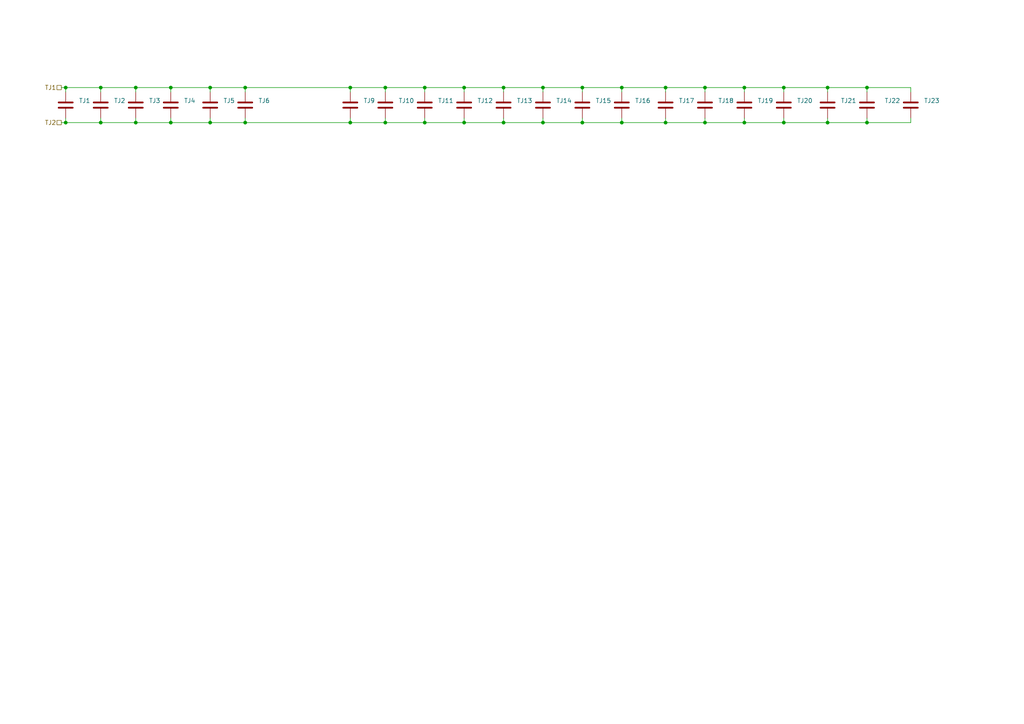
<source format=kicad_sch>
(kicad_sch (version 20250114) (generator "eeschema") (generator_version "9.0")
  (paper "A4")
  (lib_symbols
    (symbol "Device:C" (pin_numbers (hide yes)) (pin_names (offset 0.254))
      (property "Reference" "C" (at 0.635 2.54 0))
      (property "Value" "C" (at 0.635 -2.54 0))
      (symbol "C_0_1"
        (polyline (pts (xy -2.032 0.762) (xy 2.032 0.762)) (stroke (width 0.508)))
        (polyline (pts (xy -2.032 -0.762) (xy 2.032 -0.762)) (stroke (width 0.508)))
      )
      (symbol "C_1_1"
        (pin passive line (at 0 3.81 270) (length 2.794) (name "~") (number "1"))
        (pin passive line (at 0 -3.81 90) (length 2.794) (name "~") (number "2"))
      )
    )
  )
  (junction (at 227.33 35.56))
  (junction (at 134.62 35.56))
  (junction (at 204.47 25.4))
  (junction (at 123.19 25.4))
  (junction (at 146.05 35.56))
  (junction (at 71.12 35.56))
  (junction (at 111.76 35.56))
  (junction (at 19.05 25.4))
  (junction (at 168.91 35.56))
  (junction (at 168.91 25.4))
  (junction (at 49.53 25.4))
  (junction (at 157.48 35.56))
  (junction (at 39.37 35.56))
  (junction (at 49.53 35.56))
  (junction (at 29.21 25.4))
  (junction (at 71.12 25.4))
  (junction (at 193.04 25.4))
  (junction (at 180.34 35.56))
  (junction (at 19.05 35.56))
  (junction (at 204.47 35.56))
  (junction (at 251.46 25.4))
  (junction (at 29.21 35.56))
  (junction (at 111.76 25.4))
  (junction (at 240.03 35.56))
  (junction (at 215.9 25.4))
  (junction (at 146.05 25.4))
  (junction (at 180.34 25.4))
  (junction (at 60.96 25.4))
  (junction (at 101.6 35.56))
  (junction (at 215.9 35.56))
  (junction (at 39.37 25.4))
  (junction (at 240.03 25.4))
  (junction (at 60.96 35.56))
  (junction (at 157.48 25.4))
  (junction (at 251.46 35.56))
  (junction (at 123.19 35.56))
  (junction (at 227.33 25.4))
  (junction (at 101.6 25.4))
  (junction (at 134.62 25.4))
  (junction (at 193.04 35.56))
  (wire (pts (xy 251.46 25.4) (xy 251.46 26.67)))
  (wire (pts (xy 215.9 25.4) (xy 227.33 25.4)))
  (wire (pts (xy 19.05 25.4) (xy 19.05 26.67)))
  (wire (pts (xy 168.91 35.56) (xy 180.34 35.56)))
  (wire (pts (xy 204.47 35.56) (xy 204.47 34.29)))
  (wire (pts (xy 19.05 35.56) (xy 19.05 34.29)))
  (wire (pts (xy 193.04 35.56) (xy 193.04 34.29)))
  (wire (pts (xy 157.48 35.56) (xy 168.91 35.56)))
  (wire (pts (xy 146.05 25.4) (xy 146.05 26.67)))
  (wire (pts (xy 60.96 25.4) (xy 71.12 25.4)))
  (wire (pts (xy 71.12 25.4) (xy 101.6 25.4)))
  (wire (pts (xy 193.04 25.4) (xy 204.47 25.4)))
  (wire (pts (xy 146.05 25.4) (xy 157.48 25.4)))
  (wire (pts (xy 227.33 35.56) (xy 240.03 35.56)))
  (wire (pts (xy 123.19 35.56) (xy 134.62 35.56)))
  (wire (pts (xy 168.91 25.4) (xy 168.91 26.67)))
  (wire (pts (xy 215.9 35.56) (xy 215.9 34.29)))
  (wire (pts (xy 204.47 25.4) (xy 215.9 25.4)))
  (wire (pts (xy 39.37 25.4) (xy 49.53 25.4)))
  (wire (pts (xy 71.12 25.4) (xy 71.12 26.67)))
  (wire (pts (xy 29.21 25.4) (xy 29.21 26.67)))
  (wire (pts (xy 29.21 25.4) (xy 39.37 25.4)))
  (wire (pts (xy 146.05 35.56) (xy 146.05 34.29)))
  (wire (pts (xy 157.48 35.56) (xy 157.48 34.29)))
  (wire (pts (xy 49.53 35.56) (xy 60.96 35.56)))
  (wire (pts (xy 146.05 35.56) (xy 157.48 35.56)))
  (wire (pts (xy 215.9 25.4) (xy 215.9 26.67)))
  (wire (pts (xy 101.6 35.56) (xy 111.76 35.56)))
  (wire (pts (xy 240.03 35.56) (xy 240.03 34.29)))
  (wire (pts (xy 180.34 25.4) (xy 180.34 26.67)))
  (wire (pts (xy 49.53 25.4) (xy 49.53 26.67)))
  (wire (pts (xy 49.53 25.4) (xy 60.96 25.4)))
  (wire (pts (xy 60.96 35.56) (xy 60.96 34.29)))
  (wire (pts (xy 123.19 35.56) (xy 123.19 34.29)))
  (wire (pts (xy 29.21 35.56) (xy 29.21 34.29)))
  (wire (pts (xy 264.16 35.56) (xy 264.16 34.29)))
  (wire (pts (xy 204.47 35.56) (xy 215.9 35.56)))
  (wire (pts (xy 101.6 25.4) (xy 101.6 26.67)))
  (wire (pts (xy 71.12 35.56) (xy 101.6 35.56)))
  (wire (pts (xy 180.34 35.56) (xy 193.04 35.56)))
  (wire (pts (xy 251.46 35.56) (xy 264.16 35.56)))
  (wire (pts (xy 227.33 35.56) (xy 227.33 34.29)))
  (wire (pts (xy 71.12 35.56) (xy 71.12 34.29)))
  (wire (pts (xy 264.16 25.4) (xy 264.16 26.67)))
  (wire (pts (xy 180.34 25.4) (xy 193.04 25.4)))
  (wire (pts (xy 240.03 35.56) (xy 251.46 35.56)))
  (wire (pts (xy 60.96 25.4) (xy 60.96 26.67)))
  (wire (pts (xy 111.76 35.56) (xy 111.76 34.29)))
  (wire (pts (xy 157.48 25.4) (xy 157.48 26.67)))
  (wire (pts (xy 157.48 25.4) (xy 168.91 25.4)))
  (wire (pts (xy 39.37 25.4) (xy 39.37 26.67)))
  (wire (pts (xy 101.6 25.4) (xy 111.76 25.4)))
  (wire (pts (xy 215.9 35.56) (xy 227.33 35.56)))
  (wire (pts (xy 19.05 25.4) (xy 29.21 25.4)))
  (wire (pts (xy 240.03 25.4) (xy 251.46 25.4)))
  (wire (pts (xy 17.78 35.56) (xy 19.05 35.56)))
  (wire (pts (xy 180.34 35.56) (xy 180.34 34.29)))
  (wire (pts (xy 39.37 35.56) (xy 49.53 35.56)))
  (wire (pts (xy 168.91 35.56) (xy 168.91 34.29)))
  (wire (pts (xy 49.53 35.56) (xy 49.53 34.29)))
  (wire (pts (xy 240.03 25.4) (xy 240.03 26.67)))
  (wire (pts (xy 168.91 25.4) (xy 180.34 25.4)))
  (wire (pts (xy 193.04 25.4) (xy 193.04 26.67)))
  (wire (pts (xy 251.46 35.56) (xy 251.46 34.29)))
  (wire (pts (xy 39.37 35.56) (xy 39.37 34.29)))
  (wire (pts (xy 204.47 25.4) (xy 204.47 26.67)))
  (wire (pts (xy 134.62 25.4) (xy 146.05 25.4)))
  (wire (pts (xy 134.62 25.4) (xy 134.62 26.67)))
  (wire (pts (xy 111.76 25.4) (xy 123.19 25.4)))
  (wire (pts (xy 227.33 25.4) (xy 240.03 25.4)))
  (wire (pts (xy 60.96 35.56) (xy 71.12 35.56)))
  (wire (pts (xy 227.33 25.4) (xy 227.33 26.67)))
  (wire (pts (xy 111.76 25.4) (xy 111.76 26.67)))
  (wire (pts (xy 101.6 35.56) (xy 101.6 34.29)))
  (wire (pts (xy 123.19 25.4) (xy 134.62 25.4)))
  (wire (pts (xy 251.46 25.4) (xy 264.16 25.4)))
  (wire (pts (xy 19.05 35.56) (xy 29.21 35.56)))
  (wire (pts (xy 123.19 25.4) (xy 123.19 26.67)))
  (wire (pts (xy 193.04 35.56) (xy 204.47 35.56)))
  (wire (pts (xy 29.21 35.56) (xy 39.37 35.56)))
  (wire (pts (xy 17.78 25.4) (xy 19.05 25.4)))
  (wire (pts (xy 134.62 35.56) (xy 134.62 34.29)))
  (wire (pts (xy 134.62 35.56) (xy 146.05 35.56)))
  (wire (pts (xy 111.76 35.56) (xy 123.19 35.56)))
  (hierarchical_label "TJ1" (shape passive) (at 17.78 25.4 180))
  (hierarchical_label "TJ2" (shape passive) (at 17.78 35.56 180))
  (symbol (lib_id "Device:C") (at 180.34 30.48 0) (unit 1)
    (property "Reference" "TJ16" (at 184.15 29.2099 0) (effects (justify left)))
    (property "Value" "THJP0612ABT1" (effects (hide yes)))
    (property "Footprint" "Resistor_SMD:R_0612_1632Metric_Pad1.18x3.40mm_HandSolder" (effects (hide yes)))
    (property "Datasheet" "https://www.vishay.com/docs/60157/thjp.pdf" (effects (hide yes)))
    (property "Description" "Thermal Jumper" (effects (hide yes)))
    (property "PartNumber" "THJP0612AST1" (effects (hide yes)))
  )
  (symbol (lib_id "Device:C") (at 111.76 30.48 0) (unit 1)
    (property "Reference" "TJ10" (at 115.57 29.2099 0) (effects (justify left)))
    (property "Value" "THJP0612ABT1" (effects (hide yes)))
    (property "Footprint" "Resistor_SMD:R_0612_1632Metric_Pad1.18x3.40mm_HandSolder" (effects (hide yes)))
    (property "Datasheet" "https://www.vishay.com/docs/60157/thjp.pdf" (effects (hide yes)))
    (property "Description" "Thermal Jumper" (effects (hide yes)))
    (property "PartNumber" "THJP0612AST1" (effects (hide yes)))
  )
  (symbol (lib_id "Device:C") (at 101.6 30.48 0) (unit 1)
    (property "Reference" "TJ9" (at 105.41 29.2099 0) (effects (justify left)))
    (property "Value" "THJP0612ABT1" (effects (hide yes)))
    (property "Footprint" "Resistor_SMD:R_0612_1632Metric_Pad1.18x3.40mm_HandSolder" (effects (hide yes)))
    (property "Datasheet" "https://www.vishay.com/docs/60157/thjp.pdf" (effects (hide yes)))
    (property "Description" "Thermal Jumper" (effects (hide yes)))
    (property "PartNumber" "THJP0612AST1" (effects (hide yes)))
  )
  (symbol (lib_id "Device:C") (at 29.21 30.48 0) (unit 1)
    (property "Reference" "TJ2" (at 33.02 29.2099 0) (effects (justify left)))
    (property "Value" "THJP0612ABT1" (effects (hide yes)))
    (property "Footprint" "Resistor_SMD:R_0612_1632Metric_Pad1.18x3.40mm_HandSolder" (effects (hide yes)))
    (property "Datasheet" "https://www.vishay.com/docs/60157/thjp.pdf" (effects (hide yes)))
    (property "Description" "Thermal Jumper" (effects (hide yes)))
    (property "PartNumber" "THJP0612AST1" (effects (hide yes)))
  )
  (symbol (lib_id "Device:C") (at 60.96 30.48 0) (unit 1)
    (property "Reference" "TJ5" (at 64.77 29.2099 0) (effects (justify left)))
    (property "Value" "THJP0612ABT1" (effects (hide yes)))
    (property "Footprint" "Resistor_SMD:R_0612_1632Metric_Pad1.18x3.40mm_HandSolder" (effects (hide yes)))
    (property "Datasheet" "https://www.vishay.com/docs/60157/thjp.pdf" (effects (hide yes)))
    (property "Description" "Thermal Jumper" (effects (hide yes)))
    (property "PartNumber" "THJP0612AST1" (effects (hide yes)))
  )
  (symbol (lib_id "Device:C") (at 39.37 30.48 0) (unit 1)
    (property "Reference" "TJ3" (at 43.18 29.2099 0) (effects (justify left)))
    (property "Value" "THJP0612ABT1" (effects (hide yes)))
    (property "Footprint" "Resistor_SMD:R_0612_1632Metric_Pad1.18x3.40mm_HandSolder" (effects (hide yes)))
    (property "Datasheet" "https://www.vishay.com/docs/60157/thjp.pdf" (effects (hide yes)))
    (property "Description" "Thermal Jumper" (effects (hide yes)))
    (property "PartNumber" "THJP0612AST1" (effects (hide yes)))
  )
  (symbol (lib_id "Device:C") (at 168.91 30.48 0) (unit 1)
    (property "Reference" "TJ15" (at 172.72 29.2099 0) (effects (justify left)))
    (property "Value" "THJP0612ABT1" (effects (hide yes)))
    (property "Footprint" "Resistor_SMD:R_0612_1632Metric_Pad1.18x3.40mm_HandSolder" (effects (hide yes)))
    (property "Datasheet" "https://www.vishay.com/docs/60157/thjp.pdf" (effects (hide yes)))
    (property "Description" "Thermal Jumper" (effects (hide yes)))
    (property "PartNumber" "THJP0612AST1" (effects (hide yes)))
  )
  (symbol (lib_id "Device:C") (at 204.47 30.48 0) (unit 1)
    (property "Reference" "TJ18" (at 208.28 29.2099 0) (effects (justify left)))
    (property "Value" "THJP0612ABT1" (effects (hide yes)))
    (property "Footprint" "Resistor_SMD:R_0612_1632Metric_Pad1.18x3.40mm_HandSolder" (effects (hide yes)))
    (property "Datasheet" "https://www.vishay.com/docs/60157/thjp.pdf" (effects (hide yes)))
    (property "Description" "Thermal Jumper" (effects (hide yes)))
    (property "PartNumber" "THJP0612AST1" (effects (hide yes)))
  )
  (symbol (lib_id "Device:C") (at 227.33 30.48 0) (unit 1)
    (property "Reference" "TJ20" (at 231.14 29.2099 0) (effects (justify left)))
    (property "Value" "THJP0612ABT1" (effects (hide yes)))
    (property "Footprint" "Resistor_SMD:R_0612_1632Metric_Pad1.18x3.40mm_HandSolder" (effects (hide yes)))
    (property "Datasheet" "https://www.vishay.com/docs/60157/thjp.pdf" (effects (hide yes)))
    (property "Description" "Thermal Jumper" (effects (hide yes)))
    (property "PartNumber" "THJP0612AST1" (effects (hide yes)))
  )
  (symbol (lib_id "Device:C") (at 264.16 30.48 0) (unit 1)
    (property "Reference" "TJ23" (at 267.97 29.2099 0) (effects (justify left)))
    (property "Value" "THJP0612ABT1" (effects (hide yes)))
    (property "Footprint" "Resistor_SMD:R_0612_1632Metric_Pad1.18x3.40mm_HandSolder" (effects (hide yes)))
    (property "Datasheet" "https://www.vishay.com/docs/60157/thjp.pdf" (effects (hide yes)))
    (property "Description" "Thermal Jumper" (effects (hide yes)))
    (property "PartNumber" "THJP0612AST1" (effects (hide yes)))
  )
  (symbol (lib_id "Device:C") (at 193.04 30.48 0) (unit 1)
    (property "Reference" "TJ17" (at 196.85 29.2099 0) (effects (justify left)))
    (property "Value" "THJP0612ABT1" (effects (hide yes)))
    (property "Footprint" "Resistor_SMD:R_0612_1632Metric_Pad1.18x3.40mm_HandSolder" (effects (hide yes)))
    (property "Datasheet" "https://www.vishay.com/docs/60157/thjp.pdf" (effects (hide yes)))
    (property "Description" "Thermal Jumper" (effects (hide yes)))
    (property "PartNumber" "THJP0612AST1" (effects (hide yes)))
  )
  (symbol (lib_id "Device:C") (at 123.19 30.48 0) (unit 1)
    (property "Reference" "TJ11" (at 127 29.2099 0) (effects (justify left)))
    (property "Value" "THJP0612ABT1" (effects (hide yes)))
    (property "Footprint" "Resistor_SMD:R_0612_1632Metric_Pad1.18x3.40mm_HandSolder" (effects (hide yes)))
    (property "Datasheet" "https://www.vishay.com/docs/60157/thjp.pdf" (effects (hide yes)))
    (property "Description" "Thermal Jumper" (effects (hide yes)))
    (property "PartNumber" "THJP0612AST1" (effects (hide yes)))
  )
  (symbol (lib_id "Device:C") (at 240.03 30.48 0) (unit 1)
    (property "Reference" "TJ21" (at 243.84 29.2099 0) (effects (justify left)))
    (property "Value" "THJP0612ABT1" (effects (hide yes)))
    (property "Footprint" "Resistor_SMD:R_0612_1632Metric_Pad1.18x3.40mm_HandSolder" (effects (hide yes)))
    (property "Datasheet" "https://www.vishay.com/docs/60157/thjp.pdf" (effects (hide yes)))
    (property "Description" "Thermal Jumper" (effects (hide yes)))
    (property "PartNumber" "THJP0612AST1" (effects (hide yes)))
  )
  (symbol (lib_id "Device:C") (at 215.9 30.48 0) (unit 1)
    (property "Reference" "TJ19" (at 219.71 29.2099 0) (effects (justify left)))
    (property "Value" "THJP0612ABT1" (effects (hide yes)))
    (property "Footprint" "Resistor_SMD:R_0612_1632Metric_Pad1.18x3.40mm_HandSolder" (effects (hide yes)))
    (property "Datasheet" "https://www.vishay.com/docs/60157/thjp.pdf" (effects (hide yes)))
    (property "Description" "Thermal Jumper" (effects (hide yes)))
    (property "PartNumber" "THJP0612AST1" (effects (hide yes)))
  )
  (symbol (lib_id "Device:C") (at 146.05 30.48 0) (unit 1)
    (property "Reference" "TJ13" (at 149.86 29.2099 0) (effects (justify left)))
    (property "Value" "THJP0612ABT1" (effects (hide yes)))
    (property "Footprint" "Resistor_SMD:R_0612_1632Metric_Pad1.18x3.40mm_HandSolder" (effects (hide yes)))
    (property "Datasheet" "https://www.vishay.com/docs/60157/thjp.pdf" (effects (hide yes)))
    (property "Description" "Thermal Jumper" (effects (hide yes)))
    (property "PartNumber" "THJP0612AST1" (effects (hide yes)))
  )
  (symbol (lib_id "Device:C") (at 251.46 30.48 0) (unit 1)
    (property "Reference" "TJ22" (at 256.54 29.2099 0) (effects (justify left)))
    (property "Value" "THJP0612ABT1" (effects (hide yes)))
    (property "Footprint" "Resistor_SMD:R_0612_1632Metric_Pad1.18x3.40mm_HandSolder" (effects (hide yes)))
    (property "Datasheet" "https://www.vishay.com/docs/60157/thjp.pdf" (effects (hide yes)))
    (property "Description" "Thermal Jumper" (effects (hide yes)))
    (property "PartNumber" "THJP0612AST1" (effects (hide yes)))
  )
  (symbol (lib_id "Device:C") (at 49.53 30.48 0) (unit 1)
    (property "Reference" "TJ4" (at 53.34 29.2099 0) (effects (justify left)))
    (property "Value" "THJP0612ABT1" (effects (hide yes)))
    (property "Footprint" "Resistor_SMD:R_0612_1632Metric_Pad1.18x3.40mm_HandSolder" (effects (hide yes)))
    (property "Datasheet" "https://www.vishay.com/docs/60157/thjp.pdf" (effects (hide yes)))
    (property "Description" "Thermal Jumper" (effects (hide yes)))
    (property "PartNumber" "THJP0612AST1" (effects (hide yes)))
  )
  (symbol (lib_id "Device:C") (at 157.48 30.48 0) (unit 1)
    (property "Reference" "TJ14" (at 161.29 29.2099 0) (effects (justify left)))
    (property "Value" "THJP0612ABT1" (effects (hide yes)))
    (property "Footprint" "Resistor_SMD:R_0612_1632Metric_Pad1.18x3.40mm_HandSolder" (effects (hide yes)))
    (property "Datasheet" "https://www.vishay.com/docs/60157/thjp.pdf" (effects (hide yes)))
    (property "Description" "Thermal Jumper" (effects (hide yes)))
    (property "PartNumber" "THJP0612AST1" (effects (hide yes)))
  )
  (symbol (lib_id "Device:C") (at 71.12 30.48 0) (unit 1)
    (property "Reference" "TJ6" (at 74.93 29.2099 0) (effects (justify left)))
    (property "Value" "THJP0612ABT1" (effects (hide yes)))
    (property "Footprint" "Resistor_SMD:R_0612_1632Metric_Pad1.18x3.40mm_HandSolder" (effects (hide yes)))
    (property "Datasheet" "https://www.vishay.com/docs/60157/thjp.pdf" (effects (hide yes)))
    (property "Description" "Thermal Jumper" (effects (hide yes)))
    (property "PartNumber" "THJP0612AST1" (effects (hide yes)))
  )
  (symbol (lib_id "Device:C") (at 19.05 30.48 0) (unit 1)
    (property "Reference" "TJ1" (at 22.86 29.2099 0) (effects (justify left)))
    (property "Value" "THJP0612ABT1" (effects (hide yes)))
    (property "Footprint" "Resistor_SMD:R_0612_1632Metric_Pad1.18x3.40mm_HandSolder" (effects (hide yes)))
    (property "Datasheet" "https://www.vishay.com/docs/60157/thjp.pdf" (effects (hide yes)))
    (property "Description" "Thermal Jumper" (effects (hide yes)))
    (property "PartNumber" "THJP0612AST1" (effects (hide yes)))
  )
  (symbol (lib_id "Device:C") (at 134.62 30.48 0) (unit 1)
    (property "Reference" "TJ12" (at 138.43 29.2099 0) (effects (justify left)))
    (property "Value" "THJP0612ABT1" (effects (hide yes)))
    (property "Footprint" "Resistor_SMD:R_0612_1632Metric_Pad1.18x3.40mm_HandSolder" (effects (hide yes)))
    (property "Datasheet" "https://www.vishay.com/docs/60157/thjp.pdf" (effects (hide yes)))
    (property "Description" "Thermal Jumper" (effects (hide yes)))
    (property "PartNumber" "THJP0612AST1" (effects (hide yes)))
  )
)
</source>
